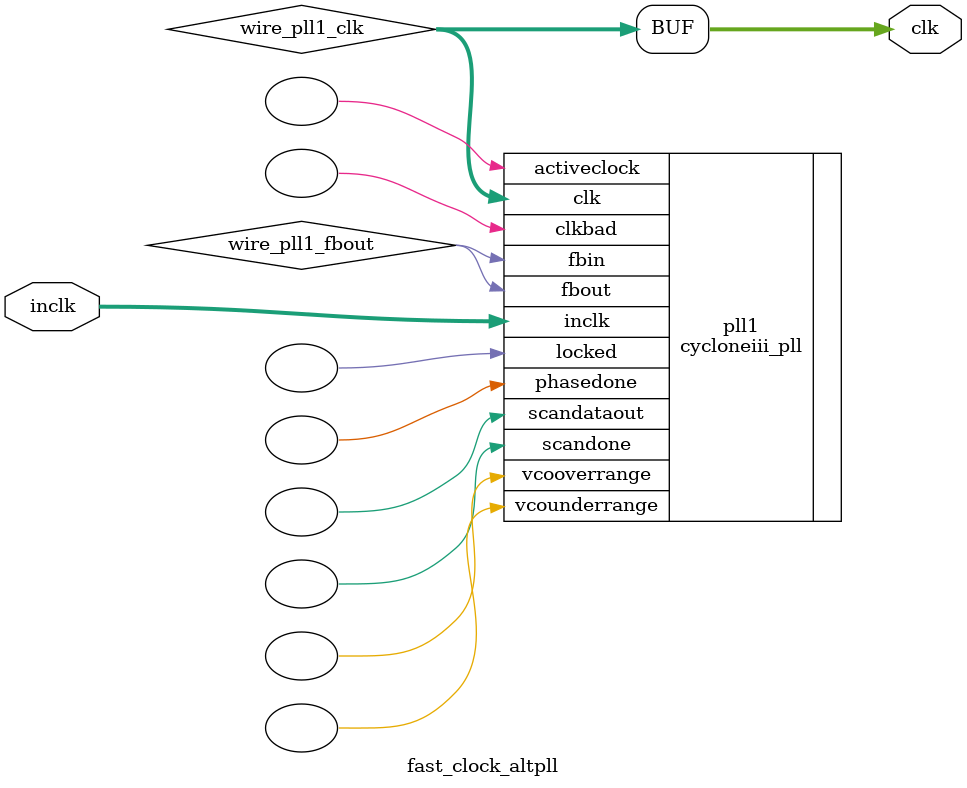
<source format=v>






//synthesis_resources = cycloneiii_pll 1 
//synopsys translate_off
`timescale 1 ps / 1 ps
//synopsys translate_on
module  fast_clock_altpll
	( 
	clk,
	inclk) /* synthesis synthesis_clearbox=1 */;
	output   [4:0]  clk;
	input   [1:0]  inclk;
`ifndef ALTERA_RESERVED_QIS
// synopsys translate_off
`endif
	tri0   [1:0]  inclk;
`ifndef ALTERA_RESERVED_QIS
// synopsys translate_on
`endif

	wire  [4:0]   wire_pll1_clk;
	wire  wire_pll1_fbout;

	cycloneiii_pll   pll1
	( 
	.activeclock(),
	.clk(wire_pll1_clk),
	.clkbad(),
	.fbin(wire_pll1_fbout),
	.fbout(wire_pll1_fbout),
	.inclk(inclk),
	.locked(),
	.phasedone(),
	.scandataout(),
	.scandone(),
	.vcooverrange(),
	.vcounderrange()
	`ifndef FORMAL_VERIFICATION
	// synopsys translate_off
	`endif
	,
	.areset(1'b0),
	.clkswitch(1'b0),
	.configupdate(1'b0),
	.pfdena(1'b1),
	.phasecounterselect({3{1'b0}}),
	.phasestep(1'b0),
	.phaseupdown(1'b0),
	.scanclk(1'b0),
	.scanclkena(1'b1),
	.scandata(1'b0)
	`ifndef FORMAL_VERIFICATION
	// synopsys translate_on
	`endif
	);
	defparam
		pll1.bandwidth_type = "auto",
		pll1.clk0_divide_by = 25,
		pll1.clk0_duty_cycle = 50,
		pll1.clk0_multiply_by = 56,
		pll1.clk0_phase_shift = "0",
		pll1.compensate_clock = "clk0",
		pll1.inclk0_input_frequency = 20000,
		pll1.operation_mode = "normal",
		pll1.pll_type = "auto",
		pll1.lpm_type = "cycloneiii_pll";
	assign
		clk = {wire_pll1_clk[4:0]};
endmodule //fast_clock_altpll
//VALID FILE

</source>
